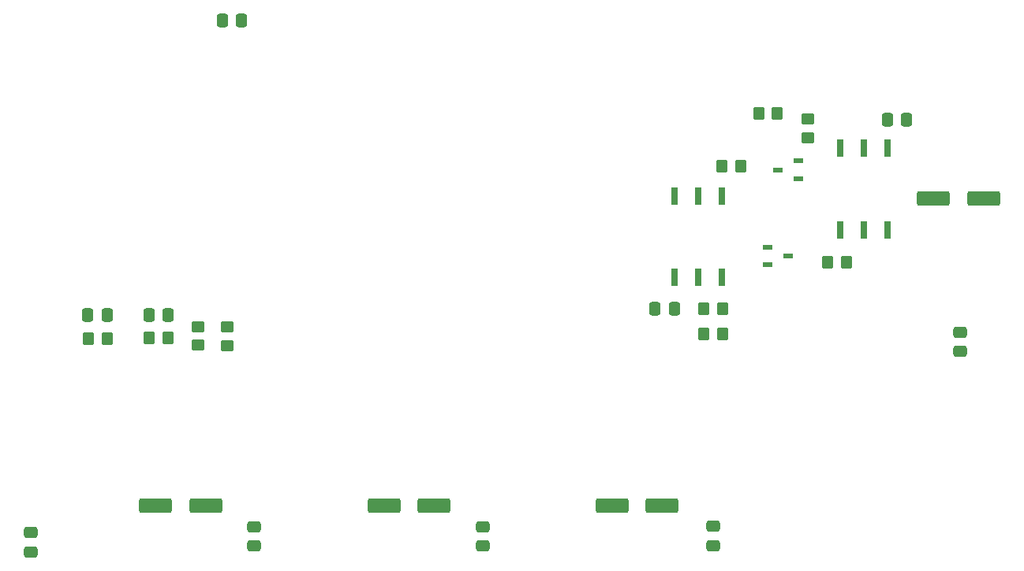
<source format=gbp>
G04 #@! TF.GenerationSoftware,KiCad,Pcbnew,7.0.7+dfsg-1*
G04 #@! TF.CreationDate,2024-09-08T18:11:18+02:00*
G04 #@! TF.ProjectId,motion-board-evoII,6d6f7469-6f6e-42d6-926f-6172642d6576,rev?*
G04 #@! TF.SameCoordinates,Original*
G04 #@! TF.FileFunction,Paste,Bot*
G04 #@! TF.FilePolarity,Positive*
%FSLAX46Y46*%
G04 Gerber Fmt 4.6, Leading zero omitted, Abs format (unit mm)*
G04 Created by KiCad (PCBNEW 7.0.7+dfsg-1) date 2024-09-08 18:11:18*
%MOMM*%
%LPD*%
G01*
G04 APERTURE LIST*
G04 Aperture macros list*
%AMRoundRect*
0 Rectangle with rounded corners*
0 $1 Rounding radius*
0 $2 $3 $4 $5 $6 $7 $8 $9 X,Y pos of 4 corners*
0 Add a 4 corners polygon primitive as box body*
4,1,4,$2,$3,$4,$5,$6,$7,$8,$9,$2,$3,0*
0 Add four circle primitives for the rounded corners*
1,1,$1+$1,$2,$3*
1,1,$1+$1,$4,$5*
1,1,$1+$1,$6,$7*
1,1,$1+$1,$8,$9*
0 Add four rect primitives between the rounded corners*
20,1,$1+$1,$2,$3,$4,$5,0*
20,1,$1+$1,$4,$5,$6,$7,0*
20,1,$1+$1,$6,$7,$8,$9,0*
20,1,$1+$1,$8,$9,$2,$3,0*%
G04 Aperture macros list end*
%ADD10RoundRect,0.250000X-0.350000X-0.450000X0.350000X-0.450000X0.350000X0.450000X-0.350000X0.450000X0*%
%ADD11RoundRect,0.250000X0.337500X0.475000X-0.337500X0.475000X-0.337500X-0.475000X0.337500X-0.475000X0*%
%ADD12R,1.100000X0.600000*%
%ADD13RoundRect,0.250000X-0.337500X-0.475000X0.337500X-0.475000X0.337500X0.475000X-0.337500X0.475000X0*%
%ADD14RoundRect,0.250000X1.500000X0.550000X-1.500000X0.550000X-1.500000X-0.550000X1.500000X-0.550000X0*%
%ADD15RoundRect,0.250000X0.350000X0.450000X-0.350000X0.450000X-0.350000X-0.450000X0.350000X-0.450000X0*%
%ADD16RoundRect,0.250000X-0.475000X0.337500X-0.475000X-0.337500X0.475000X-0.337500X0.475000X0.337500X0*%
%ADD17RoundRect,0.250000X0.475000X-0.337500X0.475000X0.337500X-0.475000X0.337500X-0.475000X-0.337500X0*%
%ADD18RoundRect,0.250000X-0.450000X0.350000X-0.450000X-0.350000X0.450000X-0.350000X0.450000X0.350000X0*%
%ADD19RoundRect,0.250000X0.450000X-0.350000X0.450000X0.350000X-0.450000X0.350000X-0.450000X-0.350000X0*%
%ADD20R,0.650000X1.850000*%
G04 APERTURE END LIST*
D10*
X129733800Y-36550600D03*
X131733800Y-36550600D03*
D11*
X59817000Y-58216800D03*
X57742000Y-58216800D03*
D12*
X130692800Y-52816800D03*
X130692800Y-50916800D03*
X132892800Y-51866800D03*
D13*
X118600400Y-57581800D03*
X120675400Y-57581800D03*
D10*
X125822200Y-42214800D03*
X127822200Y-42214800D03*
D14*
X153906200Y-45720000D03*
X148506200Y-45720000D03*
X70416400Y-78689200D03*
X65016400Y-78689200D03*
X94927400Y-78689200D03*
X89527400Y-78689200D03*
D15*
X59817000Y-60756800D03*
X57817000Y-60756800D03*
X125866400Y-60248800D03*
X123866400Y-60248800D03*
D10*
X123841000Y-57531000D03*
X125841000Y-57531000D03*
D11*
X66370200Y-58267600D03*
X64295200Y-58267600D03*
D16*
X51663600Y-81626400D03*
X51663600Y-83701400D03*
D12*
X134043600Y-41671200D03*
X134043600Y-43571200D03*
X131843600Y-42621200D03*
D17*
X124866400Y-83028700D03*
X124866400Y-80953700D03*
X100126800Y-83050200D03*
X100126800Y-80975200D03*
D18*
X135000000Y-37176200D03*
X135000000Y-39176200D03*
D19*
X72745600Y-61518800D03*
X72745600Y-59518800D03*
D16*
X151333200Y-60074900D03*
X151333200Y-62149900D03*
D10*
X137125200Y-52552600D03*
X139125200Y-52552600D03*
D19*
X69596000Y-61493400D03*
X69596000Y-59493400D03*
D15*
X66344800Y-60680600D03*
X64344800Y-60680600D03*
D20*
X143548100Y-49078600D03*
X141008100Y-49078600D03*
X138468100Y-49078600D03*
X138468100Y-40278600D03*
X141008100Y-40278600D03*
X143548100Y-40278600D03*
D13*
X72178400Y-26568400D03*
X74253400Y-26568400D03*
D17*
X75590400Y-83050200D03*
X75590400Y-80975200D03*
D14*
X119387600Y-78689200D03*
X113987600Y-78689200D03*
D20*
X120701400Y-45409400D03*
X123241400Y-45409400D03*
X125781400Y-45409400D03*
X125781400Y-54209400D03*
X123241400Y-54209400D03*
X120701400Y-54209400D03*
D11*
X145628000Y-37261800D03*
X143553000Y-37261800D03*
M02*

</source>
